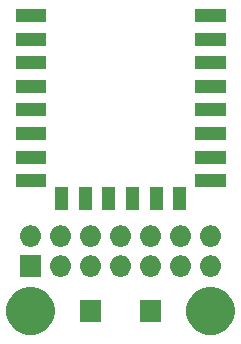
<source format=gbr>
G04 #@! TF.GenerationSoftware,KiCad,Pcbnew,(5.1.2)-1*
G04 #@! TF.CreationDate,2019-06-17T20:55:27+03:00*
G04 #@! TF.ProjectId,esp8266_minimal_hw,65737038-3236-4365-9f6d-696e696d616c,rev?*
G04 #@! TF.SameCoordinates,Original*
G04 #@! TF.FileFunction,Soldermask,Top*
G04 #@! TF.FilePolarity,Negative*
%FSLAX46Y46*%
G04 Gerber Fmt 4.6, Leading zero omitted, Abs format (unit mm)*
G04 Created by KiCad (PCBNEW (5.1.2)-1) date 2019-06-17 20:55:27*
%MOMM*%
%LPD*%
G04 APERTURE LIST*
%ADD10C,0.100000*%
G04 APERTURE END LIST*
D10*
G36*
X93308254Y-70417818D02*
G01*
X93681511Y-70572426D01*
X93681513Y-70572427D01*
X94017436Y-70796884D01*
X94303116Y-71082564D01*
X94527574Y-71418489D01*
X94682182Y-71791746D01*
X94761000Y-72187993D01*
X94761000Y-72592007D01*
X94682182Y-72988254D01*
X94527574Y-73361511D01*
X94527573Y-73361513D01*
X94303116Y-73697436D01*
X94017436Y-73983116D01*
X93681513Y-74207573D01*
X93681512Y-74207574D01*
X93681511Y-74207574D01*
X93308254Y-74362182D01*
X92912007Y-74441000D01*
X92507993Y-74441000D01*
X92111746Y-74362182D01*
X91738489Y-74207574D01*
X91738488Y-74207574D01*
X91738487Y-74207573D01*
X91402564Y-73983116D01*
X91116884Y-73697436D01*
X90892427Y-73361513D01*
X90892426Y-73361511D01*
X90737818Y-72988254D01*
X90659000Y-72592007D01*
X90659000Y-72187993D01*
X90737818Y-71791746D01*
X90892426Y-71418489D01*
X91116884Y-71082564D01*
X91402564Y-70796884D01*
X91738487Y-70572427D01*
X91738489Y-70572426D01*
X92111746Y-70417818D01*
X92507993Y-70339000D01*
X92912007Y-70339000D01*
X93308254Y-70417818D01*
X93308254Y-70417818D01*
G37*
G36*
X78068254Y-70417818D02*
G01*
X78441511Y-70572426D01*
X78441513Y-70572427D01*
X78777436Y-70796884D01*
X79063116Y-71082564D01*
X79287574Y-71418489D01*
X79442182Y-71791746D01*
X79521000Y-72187993D01*
X79521000Y-72592007D01*
X79442182Y-72988254D01*
X79287574Y-73361511D01*
X79287573Y-73361513D01*
X79063116Y-73697436D01*
X78777436Y-73983116D01*
X78441513Y-74207573D01*
X78441512Y-74207574D01*
X78441511Y-74207574D01*
X78068254Y-74362182D01*
X77672007Y-74441000D01*
X77267993Y-74441000D01*
X76871746Y-74362182D01*
X76498489Y-74207574D01*
X76498488Y-74207574D01*
X76498487Y-74207573D01*
X76162564Y-73983116D01*
X75876884Y-73697436D01*
X75652427Y-73361513D01*
X75652426Y-73361511D01*
X75497818Y-72988254D01*
X75419000Y-72592007D01*
X75419000Y-72187993D01*
X75497818Y-71791746D01*
X75652426Y-71418489D01*
X75876884Y-71082564D01*
X76162564Y-70796884D01*
X76498487Y-70572427D01*
X76498489Y-70572426D01*
X76871746Y-70417818D01*
X77267993Y-70339000D01*
X77672007Y-70339000D01*
X78068254Y-70417818D01*
X78068254Y-70417818D01*
G37*
G36*
X88531000Y-73291000D02*
G01*
X86729000Y-73291000D01*
X86729000Y-71489000D01*
X88531000Y-71489000D01*
X88531000Y-73291000D01*
X88531000Y-73291000D01*
G37*
G36*
X83451000Y-73291000D02*
G01*
X81649000Y-73291000D01*
X81649000Y-71489000D01*
X83451000Y-71489000D01*
X83451000Y-73291000D01*
X83451000Y-73291000D01*
G37*
G36*
X85200443Y-67685519D02*
G01*
X85266627Y-67692037D01*
X85436466Y-67743557D01*
X85592991Y-67827222D01*
X85628729Y-67856552D01*
X85730186Y-67939814D01*
X85813448Y-68041271D01*
X85842778Y-68077009D01*
X85926443Y-68233534D01*
X85977963Y-68403373D01*
X85995359Y-68580000D01*
X85977963Y-68756627D01*
X85926443Y-68926466D01*
X85842778Y-69082991D01*
X85813448Y-69118729D01*
X85730186Y-69220186D01*
X85628729Y-69303448D01*
X85592991Y-69332778D01*
X85436466Y-69416443D01*
X85266627Y-69467963D01*
X85200442Y-69474482D01*
X85134260Y-69481000D01*
X85045740Y-69481000D01*
X84979558Y-69474482D01*
X84913373Y-69467963D01*
X84743534Y-69416443D01*
X84587009Y-69332778D01*
X84551271Y-69303448D01*
X84449814Y-69220186D01*
X84366552Y-69118729D01*
X84337222Y-69082991D01*
X84253557Y-68926466D01*
X84202037Y-68756627D01*
X84184641Y-68580000D01*
X84202037Y-68403373D01*
X84253557Y-68233534D01*
X84337222Y-68077009D01*
X84366552Y-68041271D01*
X84449814Y-67939814D01*
X84551271Y-67856552D01*
X84587009Y-67827222D01*
X84743534Y-67743557D01*
X84913373Y-67692037D01*
X84979557Y-67685519D01*
X85045740Y-67679000D01*
X85134260Y-67679000D01*
X85200443Y-67685519D01*
X85200443Y-67685519D01*
G37*
G36*
X78371000Y-69481000D02*
G01*
X76569000Y-69481000D01*
X76569000Y-67679000D01*
X78371000Y-67679000D01*
X78371000Y-69481000D01*
X78371000Y-69481000D01*
G37*
G36*
X80120443Y-67685519D02*
G01*
X80186627Y-67692037D01*
X80356466Y-67743557D01*
X80512991Y-67827222D01*
X80548729Y-67856552D01*
X80650186Y-67939814D01*
X80733448Y-68041271D01*
X80762778Y-68077009D01*
X80846443Y-68233534D01*
X80897963Y-68403373D01*
X80915359Y-68580000D01*
X80897963Y-68756627D01*
X80846443Y-68926466D01*
X80762778Y-69082991D01*
X80733448Y-69118729D01*
X80650186Y-69220186D01*
X80548729Y-69303448D01*
X80512991Y-69332778D01*
X80356466Y-69416443D01*
X80186627Y-69467963D01*
X80120442Y-69474482D01*
X80054260Y-69481000D01*
X79965740Y-69481000D01*
X79899558Y-69474482D01*
X79833373Y-69467963D01*
X79663534Y-69416443D01*
X79507009Y-69332778D01*
X79471271Y-69303448D01*
X79369814Y-69220186D01*
X79286552Y-69118729D01*
X79257222Y-69082991D01*
X79173557Y-68926466D01*
X79122037Y-68756627D01*
X79104641Y-68580000D01*
X79122037Y-68403373D01*
X79173557Y-68233534D01*
X79257222Y-68077009D01*
X79286552Y-68041271D01*
X79369814Y-67939814D01*
X79471271Y-67856552D01*
X79507009Y-67827222D01*
X79663534Y-67743557D01*
X79833373Y-67692037D01*
X79899557Y-67685519D01*
X79965740Y-67679000D01*
X80054260Y-67679000D01*
X80120443Y-67685519D01*
X80120443Y-67685519D01*
G37*
G36*
X82660443Y-67685519D02*
G01*
X82726627Y-67692037D01*
X82896466Y-67743557D01*
X83052991Y-67827222D01*
X83088729Y-67856552D01*
X83190186Y-67939814D01*
X83273448Y-68041271D01*
X83302778Y-68077009D01*
X83386443Y-68233534D01*
X83437963Y-68403373D01*
X83455359Y-68580000D01*
X83437963Y-68756627D01*
X83386443Y-68926466D01*
X83302778Y-69082991D01*
X83273448Y-69118729D01*
X83190186Y-69220186D01*
X83088729Y-69303448D01*
X83052991Y-69332778D01*
X82896466Y-69416443D01*
X82726627Y-69467963D01*
X82660442Y-69474482D01*
X82594260Y-69481000D01*
X82505740Y-69481000D01*
X82439558Y-69474482D01*
X82373373Y-69467963D01*
X82203534Y-69416443D01*
X82047009Y-69332778D01*
X82011271Y-69303448D01*
X81909814Y-69220186D01*
X81826552Y-69118729D01*
X81797222Y-69082991D01*
X81713557Y-68926466D01*
X81662037Y-68756627D01*
X81644641Y-68580000D01*
X81662037Y-68403373D01*
X81713557Y-68233534D01*
X81797222Y-68077009D01*
X81826552Y-68041271D01*
X81909814Y-67939814D01*
X82011271Y-67856552D01*
X82047009Y-67827222D01*
X82203534Y-67743557D01*
X82373373Y-67692037D01*
X82439557Y-67685519D01*
X82505740Y-67679000D01*
X82594260Y-67679000D01*
X82660443Y-67685519D01*
X82660443Y-67685519D01*
G37*
G36*
X87740443Y-67685519D02*
G01*
X87806627Y-67692037D01*
X87976466Y-67743557D01*
X88132991Y-67827222D01*
X88168729Y-67856552D01*
X88270186Y-67939814D01*
X88353448Y-68041271D01*
X88382778Y-68077009D01*
X88466443Y-68233534D01*
X88517963Y-68403373D01*
X88535359Y-68580000D01*
X88517963Y-68756627D01*
X88466443Y-68926466D01*
X88382778Y-69082991D01*
X88353448Y-69118729D01*
X88270186Y-69220186D01*
X88168729Y-69303448D01*
X88132991Y-69332778D01*
X87976466Y-69416443D01*
X87806627Y-69467963D01*
X87740442Y-69474482D01*
X87674260Y-69481000D01*
X87585740Y-69481000D01*
X87519558Y-69474482D01*
X87453373Y-69467963D01*
X87283534Y-69416443D01*
X87127009Y-69332778D01*
X87091271Y-69303448D01*
X86989814Y-69220186D01*
X86906552Y-69118729D01*
X86877222Y-69082991D01*
X86793557Y-68926466D01*
X86742037Y-68756627D01*
X86724641Y-68580000D01*
X86742037Y-68403373D01*
X86793557Y-68233534D01*
X86877222Y-68077009D01*
X86906552Y-68041271D01*
X86989814Y-67939814D01*
X87091271Y-67856552D01*
X87127009Y-67827222D01*
X87283534Y-67743557D01*
X87453373Y-67692037D01*
X87519557Y-67685519D01*
X87585740Y-67679000D01*
X87674260Y-67679000D01*
X87740443Y-67685519D01*
X87740443Y-67685519D01*
G37*
G36*
X90280443Y-67685519D02*
G01*
X90346627Y-67692037D01*
X90516466Y-67743557D01*
X90672991Y-67827222D01*
X90708729Y-67856552D01*
X90810186Y-67939814D01*
X90893448Y-68041271D01*
X90922778Y-68077009D01*
X91006443Y-68233534D01*
X91057963Y-68403373D01*
X91075359Y-68580000D01*
X91057963Y-68756627D01*
X91006443Y-68926466D01*
X90922778Y-69082991D01*
X90893448Y-69118729D01*
X90810186Y-69220186D01*
X90708729Y-69303448D01*
X90672991Y-69332778D01*
X90516466Y-69416443D01*
X90346627Y-69467963D01*
X90280442Y-69474482D01*
X90214260Y-69481000D01*
X90125740Y-69481000D01*
X90059558Y-69474482D01*
X89993373Y-69467963D01*
X89823534Y-69416443D01*
X89667009Y-69332778D01*
X89631271Y-69303448D01*
X89529814Y-69220186D01*
X89446552Y-69118729D01*
X89417222Y-69082991D01*
X89333557Y-68926466D01*
X89282037Y-68756627D01*
X89264641Y-68580000D01*
X89282037Y-68403373D01*
X89333557Y-68233534D01*
X89417222Y-68077009D01*
X89446552Y-68041271D01*
X89529814Y-67939814D01*
X89631271Y-67856552D01*
X89667009Y-67827222D01*
X89823534Y-67743557D01*
X89993373Y-67692037D01*
X90059557Y-67685519D01*
X90125740Y-67679000D01*
X90214260Y-67679000D01*
X90280443Y-67685519D01*
X90280443Y-67685519D01*
G37*
G36*
X92820443Y-67685519D02*
G01*
X92886627Y-67692037D01*
X93056466Y-67743557D01*
X93212991Y-67827222D01*
X93248729Y-67856552D01*
X93350186Y-67939814D01*
X93433448Y-68041271D01*
X93462778Y-68077009D01*
X93546443Y-68233534D01*
X93597963Y-68403373D01*
X93615359Y-68580000D01*
X93597963Y-68756627D01*
X93546443Y-68926466D01*
X93462778Y-69082991D01*
X93433448Y-69118729D01*
X93350186Y-69220186D01*
X93248729Y-69303448D01*
X93212991Y-69332778D01*
X93056466Y-69416443D01*
X92886627Y-69467963D01*
X92820442Y-69474482D01*
X92754260Y-69481000D01*
X92665740Y-69481000D01*
X92599558Y-69474482D01*
X92533373Y-69467963D01*
X92363534Y-69416443D01*
X92207009Y-69332778D01*
X92171271Y-69303448D01*
X92069814Y-69220186D01*
X91986552Y-69118729D01*
X91957222Y-69082991D01*
X91873557Y-68926466D01*
X91822037Y-68756627D01*
X91804641Y-68580000D01*
X91822037Y-68403373D01*
X91873557Y-68233534D01*
X91957222Y-68077009D01*
X91986552Y-68041271D01*
X92069814Y-67939814D01*
X92171271Y-67856552D01*
X92207009Y-67827222D01*
X92363534Y-67743557D01*
X92533373Y-67692037D01*
X92599557Y-67685519D01*
X92665740Y-67679000D01*
X92754260Y-67679000D01*
X92820443Y-67685519D01*
X92820443Y-67685519D01*
G37*
G36*
X82660442Y-65145518D02*
G01*
X82726627Y-65152037D01*
X82896466Y-65203557D01*
X83052991Y-65287222D01*
X83088729Y-65316552D01*
X83190186Y-65399814D01*
X83273448Y-65501271D01*
X83302778Y-65537009D01*
X83386443Y-65693534D01*
X83437963Y-65863373D01*
X83455359Y-66040000D01*
X83437963Y-66216627D01*
X83386443Y-66386466D01*
X83302778Y-66542991D01*
X83273448Y-66578729D01*
X83190186Y-66680186D01*
X83088729Y-66763448D01*
X83052991Y-66792778D01*
X82896466Y-66876443D01*
X82726627Y-66927963D01*
X82660442Y-66934482D01*
X82594260Y-66941000D01*
X82505740Y-66941000D01*
X82439558Y-66934482D01*
X82373373Y-66927963D01*
X82203534Y-66876443D01*
X82047009Y-66792778D01*
X82011271Y-66763448D01*
X81909814Y-66680186D01*
X81826552Y-66578729D01*
X81797222Y-66542991D01*
X81713557Y-66386466D01*
X81662037Y-66216627D01*
X81644641Y-66040000D01*
X81662037Y-65863373D01*
X81713557Y-65693534D01*
X81797222Y-65537009D01*
X81826552Y-65501271D01*
X81909814Y-65399814D01*
X82011271Y-65316552D01*
X82047009Y-65287222D01*
X82203534Y-65203557D01*
X82373373Y-65152037D01*
X82439558Y-65145518D01*
X82505740Y-65139000D01*
X82594260Y-65139000D01*
X82660442Y-65145518D01*
X82660442Y-65145518D01*
G37*
G36*
X87740442Y-65145518D02*
G01*
X87806627Y-65152037D01*
X87976466Y-65203557D01*
X88132991Y-65287222D01*
X88168729Y-65316552D01*
X88270186Y-65399814D01*
X88353448Y-65501271D01*
X88382778Y-65537009D01*
X88466443Y-65693534D01*
X88517963Y-65863373D01*
X88535359Y-66040000D01*
X88517963Y-66216627D01*
X88466443Y-66386466D01*
X88382778Y-66542991D01*
X88353448Y-66578729D01*
X88270186Y-66680186D01*
X88168729Y-66763448D01*
X88132991Y-66792778D01*
X87976466Y-66876443D01*
X87806627Y-66927963D01*
X87740442Y-66934482D01*
X87674260Y-66941000D01*
X87585740Y-66941000D01*
X87519558Y-66934482D01*
X87453373Y-66927963D01*
X87283534Y-66876443D01*
X87127009Y-66792778D01*
X87091271Y-66763448D01*
X86989814Y-66680186D01*
X86906552Y-66578729D01*
X86877222Y-66542991D01*
X86793557Y-66386466D01*
X86742037Y-66216627D01*
X86724641Y-66040000D01*
X86742037Y-65863373D01*
X86793557Y-65693534D01*
X86877222Y-65537009D01*
X86906552Y-65501271D01*
X86989814Y-65399814D01*
X87091271Y-65316552D01*
X87127009Y-65287222D01*
X87283534Y-65203557D01*
X87453373Y-65152037D01*
X87519558Y-65145518D01*
X87585740Y-65139000D01*
X87674260Y-65139000D01*
X87740442Y-65145518D01*
X87740442Y-65145518D01*
G37*
G36*
X90280442Y-65145518D02*
G01*
X90346627Y-65152037D01*
X90516466Y-65203557D01*
X90672991Y-65287222D01*
X90708729Y-65316552D01*
X90810186Y-65399814D01*
X90893448Y-65501271D01*
X90922778Y-65537009D01*
X91006443Y-65693534D01*
X91057963Y-65863373D01*
X91075359Y-66040000D01*
X91057963Y-66216627D01*
X91006443Y-66386466D01*
X90922778Y-66542991D01*
X90893448Y-66578729D01*
X90810186Y-66680186D01*
X90708729Y-66763448D01*
X90672991Y-66792778D01*
X90516466Y-66876443D01*
X90346627Y-66927963D01*
X90280442Y-66934482D01*
X90214260Y-66941000D01*
X90125740Y-66941000D01*
X90059558Y-66934482D01*
X89993373Y-66927963D01*
X89823534Y-66876443D01*
X89667009Y-66792778D01*
X89631271Y-66763448D01*
X89529814Y-66680186D01*
X89446552Y-66578729D01*
X89417222Y-66542991D01*
X89333557Y-66386466D01*
X89282037Y-66216627D01*
X89264641Y-66040000D01*
X89282037Y-65863373D01*
X89333557Y-65693534D01*
X89417222Y-65537009D01*
X89446552Y-65501271D01*
X89529814Y-65399814D01*
X89631271Y-65316552D01*
X89667009Y-65287222D01*
X89823534Y-65203557D01*
X89993373Y-65152037D01*
X90059558Y-65145518D01*
X90125740Y-65139000D01*
X90214260Y-65139000D01*
X90280442Y-65145518D01*
X90280442Y-65145518D01*
G37*
G36*
X85200442Y-65145518D02*
G01*
X85266627Y-65152037D01*
X85436466Y-65203557D01*
X85592991Y-65287222D01*
X85628729Y-65316552D01*
X85730186Y-65399814D01*
X85813448Y-65501271D01*
X85842778Y-65537009D01*
X85926443Y-65693534D01*
X85977963Y-65863373D01*
X85995359Y-66040000D01*
X85977963Y-66216627D01*
X85926443Y-66386466D01*
X85842778Y-66542991D01*
X85813448Y-66578729D01*
X85730186Y-66680186D01*
X85628729Y-66763448D01*
X85592991Y-66792778D01*
X85436466Y-66876443D01*
X85266627Y-66927963D01*
X85200442Y-66934482D01*
X85134260Y-66941000D01*
X85045740Y-66941000D01*
X84979558Y-66934482D01*
X84913373Y-66927963D01*
X84743534Y-66876443D01*
X84587009Y-66792778D01*
X84551271Y-66763448D01*
X84449814Y-66680186D01*
X84366552Y-66578729D01*
X84337222Y-66542991D01*
X84253557Y-66386466D01*
X84202037Y-66216627D01*
X84184641Y-66040000D01*
X84202037Y-65863373D01*
X84253557Y-65693534D01*
X84337222Y-65537009D01*
X84366552Y-65501271D01*
X84449814Y-65399814D01*
X84551271Y-65316552D01*
X84587009Y-65287222D01*
X84743534Y-65203557D01*
X84913373Y-65152037D01*
X84979558Y-65145518D01*
X85045740Y-65139000D01*
X85134260Y-65139000D01*
X85200442Y-65145518D01*
X85200442Y-65145518D01*
G37*
G36*
X92820442Y-65145518D02*
G01*
X92886627Y-65152037D01*
X93056466Y-65203557D01*
X93212991Y-65287222D01*
X93248729Y-65316552D01*
X93350186Y-65399814D01*
X93433448Y-65501271D01*
X93462778Y-65537009D01*
X93546443Y-65693534D01*
X93597963Y-65863373D01*
X93615359Y-66040000D01*
X93597963Y-66216627D01*
X93546443Y-66386466D01*
X93462778Y-66542991D01*
X93433448Y-66578729D01*
X93350186Y-66680186D01*
X93248729Y-66763448D01*
X93212991Y-66792778D01*
X93056466Y-66876443D01*
X92886627Y-66927963D01*
X92820442Y-66934482D01*
X92754260Y-66941000D01*
X92665740Y-66941000D01*
X92599558Y-66934482D01*
X92533373Y-66927963D01*
X92363534Y-66876443D01*
X92207009Y-66792778D01*
X92171271Y-66763448D01*
X92069814Y-66680186D01*
X91986552Y-66578729D01*
X91957222Y-66542991D01*
X91873557Y-66386466D01*
X91822037Y-66216627D01*
X91804641Y-66040000D01*
X91822037Y-65863373D01*
X91873557Y-65693534D01*
X91957222Y-65537009D01*
X91986552Y-65501271D01*
X92069814Y-65399814D01*
X92171271Y-65316552D01*
X92207009Y-65287222D01*
X92363534Y-65203557D01*
X92533373Y-65152037D01*
X92599558Y-65145518D01*
X92665740Y-65139000D01*
X92754260Y-65139000D01*
X92820442Y-65145518D01*
X92820442Y-65145518D01*
G37*
G36*
X77580442Y-65145518D02*
G01*
X77646627Y-65152037D01*
X77816466Y-65203557D01*
X77972991Y-65287222D01*
X78008729Y-65316552D01*
X78110186Y-65399814D01*
X78193448Y-65501271D01*
X78222778Y-65537009D01*
X78306443Y-65693534D01*
X78357963Y-65863373D01*
X78375359Y-66040000D01*
X78357963Y-66216627D01*
X78306443Y-66386466D01*
X78222778Y-66542991D01*
X78193448Y-66578729D01*
X78110186Y-66680186D01*
X78008729Y-66763448D01*
X77972991Y-66792778D01*
X77816466Y-66876443D01*
X77646627Y-66927963D01*
X77580442Y-66934482D01*
X77514260Y-66941000D01*
X77425740Y-66941000D01*
X77359558Y-66934482D01*
X77293373Y-66927963D01*
X77123534Y-66876443D01*
X76967009Y-66792778D01*
X76931271Y-66763448D01*
X76829814Y-66680186D01*
X76746552Y-66578729D01*
X76717222Y-66542991D01*
X76633557Y-66386466D01*
X76582037Y-66216627D01*
X76564641Y-66040000D01*
X76582037Y-65863373D01*
X76633557Y-65693534D01*
X76717222Y-65537009D01*
X76746552Y-65501271D01*
X76829814Y-65399814D01*
X76931271Y-65316552D01*
X76967009Y-65287222D01*
X77123534Y-65203557D01*
X77293373Y-65152037D01*
X77359558Y-65145518D01*
X77425740Y-65139000D01*
X77514260Y-65139000D01*
X77580442Y-65145518D01*
X77580442Y-65145518D01*
G37*
G36*
X80120442Y-65145518D02*
G01*
X80186627Y-65152037D01*
X80356466Y-65203557D01*
X80512991Y-65287222D01*
X80548729Y-65316552D01*
X80650186Y-65399814D01*
X80733448Y-65501271D01*
X80762778Y-65537009D01*
X80846443Y-65693534D01*
X80897963Y-65863373D01*
X80915359Y-66040000D01*
X80897963Y-66216627D01*
X80846443Y-66386466D01*
X80762778Y-66542991D01*
X80733448Y-66578729D01*
X80650186Y-66680186D01*
X80548729Y-66763448D01*
X80512991Y-66792778D01*
X80356466Y-66876443D01*
X80186627Y-66927963D01*
X80120442Y-66934482D01*
X80054260Y-66941000D01*
X79965740Y-66941000D01*
X79899558Y-66934482D01*
X79833373Y-66927963D01*
X79663534Y-66876443D01*
X79507009Y-66792778D01*
X79471271Y-66763448D01*
X79369814Y-66680186D01*
X79286552Y-66578729D01*
X79257222Y-66542991D01*
X79173557Y-66386466D01*
X79122037Y-66216627D01*
X79104641Y-66040000D01*
X79122037Y-65863373D01*
X79173557Y-65693534D01*
X79257222Y-65537009D01*
X79286552Y-65501271D01*
X79369814Y-65399814D01*
X79471271Y-65316552D01*
X79507009Y-65287222D01*
X79663534Y-65203557D01*
X79833373Y-65152037D01*
X79899558Y-65145518D01*
X79965740Y-65139000D01*
X80054260Y-65139000D01*
X80120442Y-65145518D01*
X80120442Y-65145518D01*
G37*
G36*
X90651000Y-63816000D02*
G01*
X89549000Y-63816000D01*
X89549000Y-61914000D01*
X90651000Y-61914000D01*
X90651000Y-63816000D01*
X90651000Y-63816000D01*
G37*
G36*
X88651000Y-63816000D02*
G01*
X87549000Y-63816000D01*
X87549000Y-61914000D01*
X88651000Y-61914000D01*
X88651000Y-63816000D01*
X88651000Y-63816000D01*
G37*
G36*
X84651000Y-63816000D02*
G01*
X83549000Y-63816000D01*
X83549000Y-61914000D01*
X84651000Y-61914000D01*
X84651000Y-63816000D01*
X84651000Y-63816000D01*
G37*
G36*
X82651000Y-63816000D02*
G01*
X81549000Y-63816000D01*
X81549000Y-61914000D01*
X82651000Y-61914000D01*
X82651000Y-63816000D01*
X82651000Y-63816000D01*
G37*
G36*
X80651000Y-63816000D02*
G01*
X79549000Y-63816000D01*
X79549000Y-61914000D01*
X80651000Y-61914000D01*
X80651000Y-63816000D01*
X80651000Y-63816000D01*
G37*
G36*
X86651000Y-63816000D02*
G01*
X85549000Y-63816000D01*
X85549000Y-61914000D01*
X86651000Y-61914000D01*
X86651000Y-63816000D01*
X86651000Y-63816000D01*
G37*
G36*
X78801000Y-61916000D02*
G01*
X76199000Y-61916000D01*
X76199000Y-60814000D01*
X78801000Y-60814000D01*
X78801000Y-61916000D01*
X78801000Y-61916000D01*
G37*
G36*
X94001000Y-61916000D02*
G01*
X91399000Y-61916000D01*
X91399000Y-60814000D01*
X94001000Y-60814000D01*
X94001000Y-61916000D01*
X94001000Y-61916000D01*
G37*
G36*
X94001000Y-59916000D02*
G01*
X91399000Y-59916000D01*
X91399000Y-58814000D01*
X94001000Y-58814000D01*
X94001000Y-59916000D01*
X94001000Y-59916000D01*
G37*
G36*
X78801000Y-59916000D02*
G01*
X76199000Y-59916000D01*
X76199000Y-58814000D01*
X78801000Y-58814000D01*
X78801000Y-59916000D01*
X78801000Y-59916000D01*
G37*
G36*
X94001000Y-57916000D02*
G01*
X91399000Y-57916000D01*
X91399000Y-56814000D01*
X94001000Y-56814000D01*
X94001000Y-57916000D01*
X94001000Y-57916000D01*
G37*
G36*
X78801000Y-57916000D02*
G01*
X76199000Y-57916000D01*
X76199000Y-56814000D01*
X78801000Y-56814000D01*
X78801000Y-57916000D01*
X78801000Y-57916000D01*
G37*
G36*
X94001000Y-55916000D02*
G01*
X91399000Y-55916000D01*
X91399000Y-54814000D01*
X94001000Y-54814000D01*
X94001000Y-55916000D01*
X94001000Y-55916000D01*
G37*
G36*
X78801000Y-55916000D02*
G01*
X76199000Y-55916000D01*
X76199000Y-54814000D01*
X78801000Y-54814000D01*
X78801000Y-55916000D01*
X78801000Y-55916000D01*
G37*
G36*
X78801000Y-53916000D02*
G01*
X76199000Y-53916000D01*
X76199000Y-52814000D01*
X78801000Y-52814000D01*
X78801000Y-53916000D01*
X78801000Y-53916000D01*
G37*
G36*
X94001000Y-53916000D02*
G01*
X91399000Y-53916000D01*
X91399000Y-52814000D01*
X94001000Y-52814000D01*
X94001000Y-53916000D01*
X94001000Y-53916000D01*
G37*
G36*
X78801000Y-51916000D02*
G01*
X76199000Y-51916000D01*
X76199000Y-50814000D01*
X78801000Y-50814000D01*
X78801000Y-51916000D01*
X78801000Y-51916000D01*
G37*
G36*
X94001000Y-51916000D02*
G01*
X91399000Y-51916000D01*
X91399000Y-50814000D01*
X94001000Y-50814000D01*
X94001000Y-51916000D01*
X94001000Y-51916000D01*
G37*
G36*
X78801000Y-49916000D02*
G01*
X76199000Y-49916000D01*
X76199000Y-48814000D01*
X78801000Y-48814000D01*
X78801000Y-49916000D01*
X78801000Y-49916000D01*
G37*
G36*
X94001000Y-49916000D02*
G01*
X91399000Y-49916000D01*
X91399000Y-48814000D01*
X94001000Y-48814000D01*
X94001000Y-49916000D01*
X94001000Y-49916000D01*
G37*
G36*
X78801000Y-47916000D02*
G01*
X76199000Y-47916000D01*
X76199000Y-46814000D01*
X78801000Y-46814000D01*
X78801000Y-47916000D01*
X78801000Y-47916000D01*
G37*
G36*
X94001000Y-47916000D02*
G01*
X91399000Y-47916000D01*
X91399000Y-46814000D01*
X94001000Y-46814000D01*
X94001000Y-47916000D01*
X94001000Y-47916000D01*
G37*
M02*

</source>
